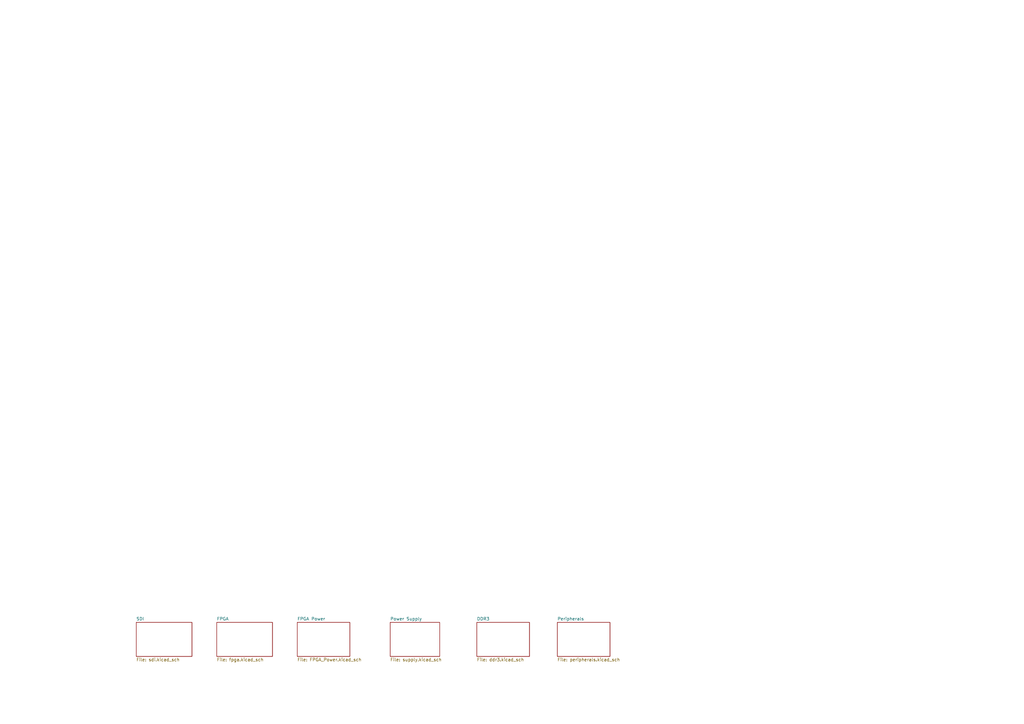
<source format=kicad_sch>
(kicad_sch (version 20211123) (generator eeschema)
  (paper "A3")
  (title_block (title "SDI-MIPI Cross Converter") (date "2022-10-27") (rev "1.1.0") (comment 1 "www.antmicro.com") (comment 2 "Antmicro Ltd."))
  (lib_symbols)
  (sheet (at 55.88 255.27) (size 22.86 13.97) (stroke (width 0.1524))
    (property "Sheet name" "SDI" (at 55.88 254.5584 0) (effects (justify left bottom)))
    (property "Sheet file" "sdi.kicad_sch" (at 55.88 269.8246 0) (effects (justify left top)))
  )
  (sheet (at 160.02 255.27) (size 20.32 13.97) (stroke (width 0.1524))
    (property "Sheet name" "Power Supply" (at 160.02 254.5584 0) (effects (justify left bottom)))
    (property "Sheet file" "supply.kicad_sch" (at 160.02 269.8246 0) (effects (justify left top)))
  )
  (sheet (at 88.9 255.27) (size 22.86 13.97) (stroke (width 0.1524))
    (property "Sheet name" "FPGA" (at 88.9 254.5584 0) (effects (justify left bottom)))
    (property "Sheet file" "fpga.kicad_sch" (at 88.9 269.8246 0) (effects (justify left top)))
  )
  (sheet (at 195.58 255.27) (size 21.59 13.97) (stroke (width 0.1524))
    (property "Sheet name" "DDR3" (at 195.58 254.5584 0) (effects (justify left bottom)))
    (property "Sheet file" "ddr3.kicad_sch" (at 195.58 269.8246 0) (effects (justify left top)))
  )
  (sheet (at 228.6 255.27) (size 21.59 13.97) (stroke (width 0.1524))
    (property "Sheet name" "Peripherals" (at 228.6 254.5584 0) (effects (justify left bottom)))
    (property "Sheet file" "peripherals.kicad_sch" (at 228.6 269.8246 0) (effects (justify left top)))
  )
  (sheet (at 121.92 255.27) (size 21.59 13.97) (stroke (width 0.1524))
    (property "Sheet name" "FPGA Power" (at 121.92 254.5584 0) (effects (justify left bottom)))
    (property "Sheet file" "FPGA_Power.kicad_sch" (at 121.92 269.8246 0) (effects (justify left top)))
  )
)
</source>
